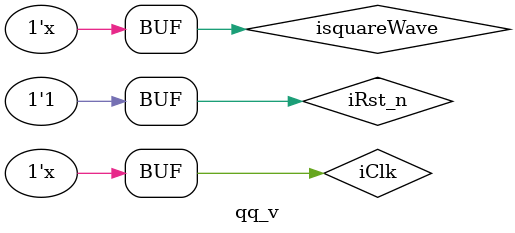
<source format=v>
`timescale 1ns / 1ps


module qq_v;

	// Inputs
	reg iClk;
	reg isquareWave;
	reg iRst_n;

	// Outputs
	wire oState_n;

	// Instantiate the Unit Under Test (UUT)
	SquareWave uut (
		.iClk(iClk), 
		.isquareWave(isquareWave), 
		.iRst_n(iRst_n), 
		.oState_n(oState_n)
	);

	initial begin
		// Initialize Inputs
		iClk = 0;
		isquareWave = 0;
		iRst_n = 1;

		// Wait 100 ns for global reset to finish
		#100;
        
		// Add stimulus here

	end
    always #16.67 iClk=~iClk;
	
	always 
	begin
		#2000000 isquareWave=~isquareWave;
		#1000000 isquareWave=~isquareWave;
		#1000000 isquareWave=~isquareWave;
		#1000000 isquareWave=~isquareWave;
		#1000000 isquareWave=~isquareWave;		
		#200000 isquareWave=~isquareWave;
		#200000 isquareWave=~isquareWave;
		#200000 isquareWave=~isquareWave;
		#200000 isquareWave=~isquareWave;
		#200000 isquareWave=~isquareWave;
		#200000 isquareWave=~isquareWave;
		#1000000 isquareWave=~isquareWave;
		#1000000 isquareWave=~isquareWave;
		#1000000 isquareWave=~isquareWave;
		#1000000 isquareWave=~isquareWave;
		#1000000 isquareWave=~isquareWave;
		#1000000 isquareWave=~isquareWave;
		#1000000 isquareWave=~isquareWave;
		#2000000 isquareWave=~isquareWave;
		#2000000 isquareWave=~isquareWave;
		#2000000 isquareWave=~isquareWave;
		#2000000 isquareWave=~isquareWave;
		#1000000 isquareWave=~isquareWave;
		#1000000 isquareWave=~isquareWave;
		#1000000 isquareWave=~isquareWave;
		#1000000 isquareWave=~isquareWave;
		#1000000 isquareWave=~isquareWave;
		#1000000 isquareWave=~isquareWave;
		
		#200000;
		iRst_n = 0;
		#200000;
		iRst_n = 1;
		#2000000 isquareWave=~isquareWave;
		#1000000 isquareWave=~isquareWave;
		#1000000 isquareWave=~isquareWave;
		#1000000 isquareWave=~isquareWave;
		#1000000 isquareWave=~isquareWave;		
		#200000 isquareWave=~isquareWave;
		#200000 isquareWave=~isquareWave;
		#200000 isquareWave=~isquareWave;
		#200000 isquareWave=~isquareWave;
		#200000 isquareWave=~isquareWave;
		#200000 isquareWave=~isquareWave;
		#1000000 isquareWave=~isquareWave;
		#1000000 isquareWave=~isquareWave;
		#1000000 isquareWave=~isquareWave;
		#1000000 isquareWave=~isquareWave;
		#1000000 isquareWave=~isquareWave;
		#1000000 isquareWave=~isquareWave;
		#1000000 isquareWave=~isquareWave;
		#2000000 isquareWave=~isquareWave;
		#2000000 isquareWave=~isquareWave;
		#2000000 isquareWave=~isquareWave;
		#2000000 isquareWave=~isquareWave;
		#1000000 isquareWave=~isquareWave;
		#1000000 isquareWave=~isquareWave;
		#1000000 isquareWave=~isquareWave;
		#1000000 isquareWave=~isquareWave;
		#1000000 isquareWave=~isquareWave;
		#1000000 isquareWave=~isquareWave;
	end   
endmodule


</source>
